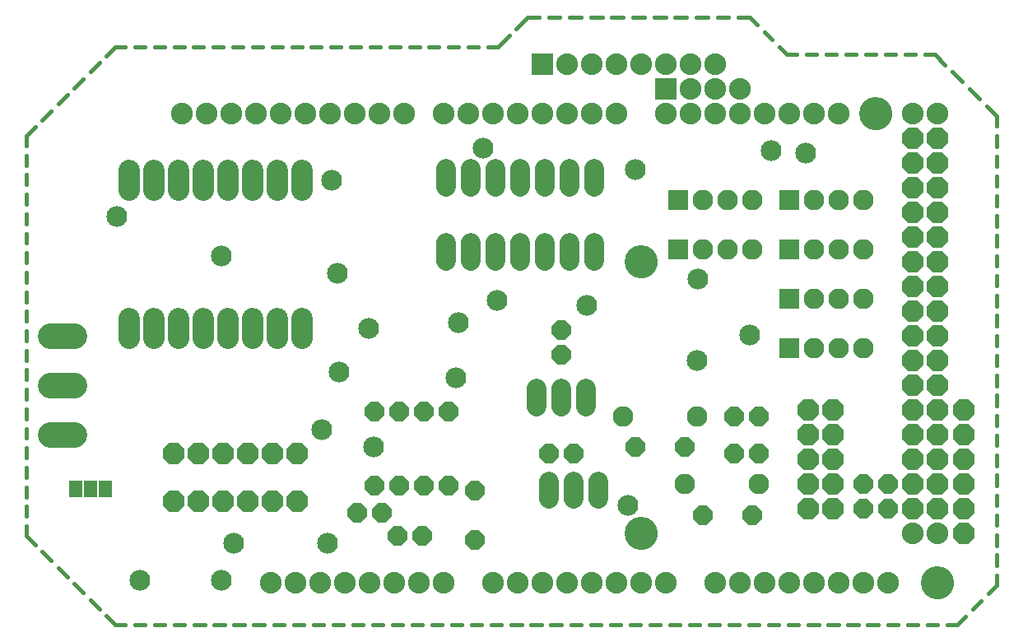
<source format=gts>
G75*
%MOIN*%
%OFA0B0*%
%FSLAX25Y25*%
%IPPOS*%
%LPD*%
%AMOC8*
5,1,8,0,0,1.08239X$1,22.5*
%
%ADD10C,0.01600*%
%ADD11OC8,0.08800*%
%ADD12OC8,0.08000*%
%ADD13C,0.08343*%
%ADD14C,0.08000*%
%ADD15R,0.08343X0.08343*%
%ADD16C,0.08800*%
%ADD17C,0.00000*%
%ADD18C,0.13398*%
%ADD19C,0.10300*%
%ADD20C,0.08800*%
%ADD21R,0.08800X0.08800*%
%ADD22R,0.05400X0.07100*%
%ADD23C,0.08400*%
D10*
X0083669Y0064144D02*
X0087349Y0060464D01*
X0090133Y0057680D02*
X0093813Y0054000D01*
X0097898Y0054000D01*
X0101835Y0054000D02*
X0105920Y0054000D01*
X0109857Y0054000D02*
X0113941Y0054000D01*
X0117878Y0054000D02*
X0121963Y0054000D01*
X0125900Y0054000D02*
X0129985Y0054000D01*
X0133922Y0054000D02*
X0138007Y0054000D01*
X0141944Y0054000D02*
X0146029Y0054000D01*
X0149966Y0054000D02*
X0154050Y0054000D01*
X0157987Y0054000D02*
X0162072Y0054000D01*
X0166009Y0054000D02*
X0170094Y0054000D01*
X0174031Y0054000D02*
X0178116Y0054000D01*
X0182053Y0054000D02*
X0186137Y0054000D01*
X0190074Y0054000D02*
X0194159Y0054000D01*
X0198096Y0054000D02*
X0202181Y0054000D01*
X0206118Y0054000D02*
X0210203Y0054000D01*
X0214140Y0054000D02*
X0218225Y0054000D01*
X0222162Y0054000D02*
X0226246Y0054000D01*
X0230183Y0054000D02*
X0234268Y0054000D01*
X0238205Y0054000D02*
X0242290Y0054000D01*
X0246227Y0054000D02*
X0250312Y0054000D01*
X0254249Y0054000D02*
X0258334Y0054000D01*
X0262271Y0054000D02*
X0266355Y0054000D01*
X0270292Y0054000D02*
X0274377Y0054000D01*
X0278314Y0054000D02*
X0282399Y0054000D01*
X0286336Y0054000D02*
X0290421Y0054000D01*
X0294358Y0054000D02*
X0298443Y0054000D01*
X0302380Y0054000D02*
X0306464Y0054000D01*
X0310401Y0054000D02*
X0314486Y0054000D01*
X0318423Y0054000D02*
X0322508Y0054000D01*
X0326445Y0054000D02*
X0330530Y0054000D01*
X0334467Y0054000D02*
X0338552Y0054000D01*
X0342489Y0054000D02*
X0346573Y0054000D01*
X0350510Y0054000D02*
X0354595Y0054000D01*
X0358532Y0054000D02*
X0362617Y0054000D01*
X0366554Y0054000D02*
X0370639Y0054000D01*
X0374576Y0054000D02*
X0378660Y0054000D01*
X0382597Y0054000D02*
X0386682Y0054000D01*
X0390619Y0054000D02*
X0394704Y0054000D01*
X0398641Y0054000D02*
X0402726Y0054000D01*
X0406663Y0054000D02*
X0410748Y0054000D01*
X0414685Y0054000D02*
X0418769Y0054000D01*
X0422706Y0054000D02*
X0426791Y0054000D01*
X0430728Y0054000D02*
X0434813Y0054000D01*
X0438290Y0057477D01*
X0441074Y0060261D02*
X0444552Y0063739D01*
X0447336Y0066523D02*
X0450813Y0070000D01*
X0450813Y0074144D01*
X0450813Y0078081D02*
X0450813Y0082224D01*
X0450813Y0086161D02*
X0450813Y0090305D01*
X0450813Y0094242D02*
X0450813Y0098386D01*
X0450813Y0102323D02*
X0450813Y0106467D01*
X0450813Y0110404D02*
X0450813Y0114547D01*
X0450813Y0118484D02*
X0450813Y0122628D01*
X0450813Y0126565D02*
X0450813Y0130709D01*
X0450813Y0134646D02*
X0450813Y0138789D01*
X0450813Y0142726D02*
X0450813Y0146870D01*
X0450813Y0150807D02*
X0450813Y0154951D01*
X0450813Y0158888D02*
X0450813Y0163031D01*
X0450813Y0166969D02*
X0450813Y0171112D01*
X0450813Y0175049D02*
X0450813Y0179193D01*
X0450813Y0183130D02*
X0450813Y0187274D01*
X0450813Y0191211D02*
X0450813Y0195354D01*
X0450813Y0199291D02*
X0450813Y0203435D01*
X0450813Y0207372D02*
X0450813Y0211516D01*
X0450813Y0215453D02*
X0450813Y0219596D01*
X0450813Y0223533D02*
X0450813Y0227677D01*
X0450813Y0231614D02*
X0450813Y0235758D01*
X0450813Y0239695D02*
X0450813Y0243839D01*
X0450813Y0247776D02*
X0450813Y0251919D01*
X0450813Y0255856D02*
X0450813Y0260000D01*
X0446651Y0264162D01*
X0443867Y0266946D02*
X0439705Y0271108D01*
X0436921Y0273892D02*
X0432759Y0278054D01*
X0429975Y0280838D02*
X0425813Y0285000D01*
X0421758Y0285000D01*
X0417821Y0285000D02*
X0413766Y0285000D01*
X0409829Y0285000D02*
X0405774Y0285000D01*
X0401837Y0285000D02*
X0397782Y0285000D01*
X0393845Y0285000D02*
X0389789Y0285000D01*
X0385852Y0285000D02*
X0381797Y0285000D01*
X0377860Y0285000D02*
X0373805Y0285000D01*
X0369868Y0285000D02*
X0365813Y0285000D01*
X0362669Y0288144D01*
X0359885Y0290928D02*
X0356741Y0294072D01*
X0353957Y0296856D02*
X0350813Y0300000D01*
X0346210Y0300000D01*
X0342273Y0300000D02*
X0337671Y0300000D01*
X0333734Y0300000D02*
X0329131Y0300000D01*
X0325194Y0300000D02*
X0320591Y0300000D01*
X0316654Y0300000D02*
X0312051Y0300000D01*
X0308114Y0300000D02*
X0303512Y0300000D01*
X0299575Y0300000D02*
X0294972Y0300000D01*
X0291035Y0300000D02*
X0286432Y0300000D01*
X0282495Y0300000D02*
X0277892Y0300000D01*
X0273955Y0300000D02*
X0269353Y0300000D01*
X0265416Y0300000D02*
X0260813Y0300000D01*
X0256205Y0295392D01*
X0253421Y0292608D02*
X0248813Y0288000D01*
X0244803Y0288000D01*
X0240866Y0288000D02*
X0236856Y0288000D01*
X0232919Y0288000D02*
X0228909Y0288000D01*
X0224972Y0288000D02*
X0220963Y0288000D01*
X0217026Y0288000D02*
X0213016Y0288000D01*
X0209079Y0288000D02*
X0205069Y0288000D01*
X0201132Y0288000D02*
X0197122Y0288000D01*
X0193185Y0288000D02*
X0189175Y0288000D01*
X0185238Y0288000D02*
X0181228Y0288000D01*
X0177291Y0288000D02*
X0173282Y0288000D01*
X0169345Y0288000D02*
X0165335Y0288000D01*
X0161398Y0288000D02*
X0157388Y0288000D01*
X0153451Y0288000D02*
X0149441Y0288000D01*
X0145504Y0288000D02*
X0141494Y0288000D01*
X0137557Y0288000D02*
X0133547Y0288000D01*
X0129610Y0288000D02*
X0125600Y0288000D01*
X0121663Y0288000D02*
X0117654Y0288000D01*
X0113717Y0288000D02*
X0109707Y0288000D01*
X0105770Y0288000D02*
X0101760Y0288000D01*
X0097823Y0288000D02*
X0093813Y0288000D01*
X0090133Y0284320D01*
X0087349Y0281536D02*
X0083669Y0277856D01*
X0080885Y0275072D02*
X0077205Y0271392D01*
X0074421Y0268608D02*
X0070741Y0264928D01*
X0067957Y0262144D02*
X0064277Y0258464D01*
X0061493Y0255680D02*
X0057813Y0252000D01*
X0057813Y0248035D01*
X0057813Y0244098D02*
X0057813Y0240133D01*
X0057813Y0236196D02*
X0057813Y0232232D01*
X0057813Y0228295D02*
X0057813Y0224330D01*
X0057813Y0220393D02*
X0057813Y0216428D01*
X0057813Y0212491D02*
X0057813Y0208526D01*
X0057813Y0204589D02*
X0057813Y0200625D01*
X0057813Y0196688D02*
X0057813Y0192723D01*
X0057813Y0188786D02*
X0057813Y0184821D01*
X0057813Y0180884D02*
X0057813Y0176919D01*
X0057813Y0172982D02*
X0057813Y0169018D01*
X0057813Y0165081D02*
X0057813Y0161116D01*
X0057813Y0157179D02*
X0057813Y0153214D01*
X0057813Y0149277D02*
X0057813Y0145312D01*
X0057813Y0141375D02*
X0057813Y0137411D01*
X0057813Y0133474D02*
X0057813Y0129509D01*
X0057813Y0125572D02*
X0057813Y0121607D01*
X0057813Y0117670D02*
X0057813Y0113705D01*
X0057813Y0109768D02*
X0057813Y0105804D01*
X0057813Y0101867D02*
X0057813Y0097902D01*
X0057813Y0093965D02*
X0057813Y0090000D01*
X0061493Y0086320D01*
X0064277Y0083536D02*
X0067957Y0079856D01*
X0070741Y0077072D02*
X0074421Y0073392D01*
X0077205Y0070608D02*
X0080885Y0066928D01*
D11*
X0117313Y0104000D03*
X0127313Y0104000D03*
X0137313Y0104000D03*
X0147313Y0104000D03*
X0157313Y0104000D03*
X0167313Y0104000D03*
X0167313Y0123500D03*
X0157313Y0123500D03*
X0147313Y0123500D03*
X0137313Y0123500D03*
X0127313Y0123500D03*
X0117313Y0123500D03*
X0374313Y0121000D03*
X0384313Y0121000D03*
X0384313Y0111000D03*
X0374313Y0111000D03*
X0374313Y0101000D03*
X0384313Y0101000D03*
X0416813Y0101000D03*
X0426813Y0101000D03*
X0437313Y0101000D03*
X0437313Y0091000D03*
X0437313Y0111000D03*
X0426813Y0111000D03*
X0416813Y0111000D03*
X0416813Y0121000D03*
X0426813Y0121000D03*
X0437313Y0121000D03*
X0437313Y0131000D03*
X0426813Y0131000D03*
X0416813Y0131000D03*
X0416813Y0141000D03*
X0426813Y0141000D03*
X0437313Y0141000D03*
X0426813Y0151000D03*
X0416813Y0151000D03*
X0416813Y0161000D03*
X0426813Y0161000D03*
X0426813Y0171000D03*
X0416813Y0171000D03*
X0416813Y0181000D03*
X0426813Y0181000D03*
X0426813Y0191000D03*
X0416813Y0191000D03*
X0416813Y0201000D03*
X0426813Y0201000D03*
X0426813Y0211000D03*
X0416813Y0211000D03*
X0416813Y0221000D03*
X0426813Y0221000D03*
X0426813Y0231000D03*
X0416813Y0231000D03*
X0416813Y0241000D03*
X0426813Y0241000D03*
X0426813Y0251000D03*
X0416813Y0251000D03*
X0384313Y0141000D03*
X0374313Y0141000D03*
X0374313Y0131000D03*
X0384313Y0131000D03*
D12*
X0396813Y0111000D03*
X0406813Y0111000D03*
X0406813Y0101000D03*
X0396813Y0101000D03*
X0354313Y0123500D03*
X0344313Y0123500D03*
X0344313Y0138500D03*
X0354313Y0138500D03*
X0324313Y0126000D03*
X0304313Y0126000D03*
X0279313Y0123500D03*
X0269313Y0123500D03*
X0239313Y0108500D03*
X0228813Y0110500D03*
X0218813Y0110500D03*
X0208813Y0110500D03*
X0198813Y0110500D03*
X0201813Y0099500D03*
X0191813Y0099500D03*
X0208063Y0090000D03*
X0218063Y0090000D03*
X0239313Y0088500D03*
X0228813Y0140500D03*
X0218813Y0140500D03*
X0208813Y0140500D03*
X0198813Y0140500D03*
X0274313Y0163500D03*
X0274313Y0173500D03*
X0331813Y0098500D03*
X0351813Y0098500D03*
D13*
X0354313Y0111000D03*
X0324313Y0111000D03*
X0329313Y0138500D03*
X0299313Y0138500D03*
X0376813Y0166000D03*
X0386813Y0166000D03*
X0396813Y0166000D03*
X0396813Y0186000D03*
X0386813Y0186000D03*
X0376813Y0186000D03*
X0376813Y0206000D03*
X0386813Y0206000D03*
X0396813Y0206000D03*
X0396813Y0226000D03*
X0386813Y0226000D03*
X0376813Y0226000D03*
X0351813Y0226000D03*
X0341813Y0226000D03*
X0331813Y0226000D03*
X0331813Y0206000D03*
X0341813Y0206000D03*
X0351813Y0206000D03*
D14*
X0287813Y0208600D02*
X0287813Y0201400D01*
X0277813Y0201400D02*
X0277813Y0208600D01*
X0267813Y0208600D02*
X0267813Y0201400D01*
X0257813Y0201400D02*
X0257813Y0208600D01*
X0247813Y0208600D02*
X0247813Y0201400D01*
X0237813Y0201400D02*
X0237813Y0208600D01*
X0227813Y0208600D02*
X0227813Y0201400D01*
X0227813Y0231400D02*
X0227813Y0238600D01*
X0237813Y0238600D02*
X0237813Y0231400D01*
X0247813Y0231400D02*
X0247813Y0238600D01*
X0257813Y0238600D02*
X0257813Y0231400D01*
X0267813Y0231400D02*
X0267813Y0238600D01*
X0277813Y0238600D02*
X0277813Y0231400D01*
X0287813Y0231400D02*
X0287813Y0238600D01*
X0284313Y0149600D02*
X0284313Y0142400D01*
X0274313Y0142400D02*
X0274313Y0149600D01*
X0264313Y0149600D02*
X0264313Y0142400D01*
X0269313Y0112100D02*
X0269313Y0104900D01*
X0279313Y0104900D02*
X0279313Y0112100D01*
X0289313Y0112100D02*
X0289313Y0104900D01*
D15*
X0366813Y0166000D03*
X0366813Y0186000D03*
X0366813Y0206000D03*
X0366813Y0226000D03*
X0321813Y0226000D03*
X0321813Y0206000D03*
D16*
X0316813Y0261000D03*
X0326813Y0261000D03*
X0336813Y0261000D03*
X0346813Y0261000D03*
X0356813Y0261000D03*
X0366813Y0261000D03*
X0376813Y0261000D03*
X0386813Y0261000D03*
X0416813Y0261000D03*
X0426813Y0261000D03*
X0346813Y0271000D03*
X0336813Y0271000D03*
X0326813Y0271000D03*
X0326813Y0281000D03*
X0316813Y0281000D03*
X0306813Y0281000D03*
X0296813Y0281000D03*
X0286813Y0281000D03*
X0276813Y0281000D03*
X0276813Y0261000D03*
X0266813Y0261000D03*
X0256813Y0261000D03*
X0246813Y0261000D03*
X0236813Y0261000D03*
X0226813Y0261000D03*
X0210813Y0261000D03*
X0200813Y0261000D03*
X0190813Y0261000D03*
X0180813Y0261000D03*
X0170813Y0261000D03*
X0160813Y0261000D03*
X0150813Y0261000D03*
X0140813Y0261000D03*
X0130813Y0261000D03*
X0120813Y0261000D03*
X0286813Y0261000D03*
X0296813Y0261000D03*
X0336813Y0281000D03*
X0416813Y0091000D03*
X0426813Y0091000D03*
X0406813Y0071000D03*
X0396813Y0071000D03*
X0386813Y0071000D03*
X0376813Y0071000D03*
X0366813Y0071000D03*
X0356813Y0071000D03*
X0346813Y0071000D03*
X0336813Y0071000D03*
X0316813Y0071000D03*
X0306813Y0071000D03*
X0296813Y0071000D03*
X0286813Y0071000D03*
X0276813Y0071000D03*
X0266813Y0071000D03*
X0256813Y0071000D03*
X0246813Y0071000D03*
X0226813Y0071000D03*
X0216813Y0071000D03*
X0206813Y0071000D03*
X0196813Y0071000D03*
X0186813Y0071000D03*
X0176813Y0071000D03*
X0166813Y0071000D03*
X0156813Y0071000D03*
D17*
X0300514Y0091000D02*
X0300516Y0091158D01*
X0300522Y0091316D01*
X0300532Y0091474D01*
X0300546Y0091632D01*
X0300564Y0091789D01*
X0300585Y0091946D01*
X0300611Y0092102D01*
X0300641Y0092258D01*
X0300674Y0092413D01*
X0300712Y0092566D01*
X0300753Y0092719D01*
X0300798Y0092871D01*
X0300847Y0093022D01*
X0300900Y0093171D01*
X0300956Y0093319D01*
X0301016Y0093465D01*
X0301080Y0093610D01*
X0301148Y0093753D01*
X0301219Y0093895D01*
X0301293Y0094035D01*
X0301371Y0094172D01*
X0301453Y0094308D01*
X0301537Y0094442D01*
X0301626Y0094573D01*
X0301717Y0094702D01*
X0301812Y0094829D01*
X0301909Y0094954D01*
X0302010Y0095076D01*
X0302114Y0095195D01*
X0302221Y0095312D01*
X0302331Y0095426D01*
X0302444Y0095537D01*
X0302559Y0095646D01*
X0302677Y0095751D01*
X0302798Y0095853D01*
X0302921Y0095953D01*
X0303047Y0096049D01*
X0303175Y0096142D01*
X0303305Y0096232D01*
X0303438Y0096318D01*
X0303573Y0096402D01*
X0303709Y0096481D01*
X0303848Y0096558D01*
X0303989Y0096630D01*
X0304131Y0096700D01*
X0304275Y0096765D01*
X0304421Y0096827D01*
X0304568Y0096885D01*
X0304717Y0096940D01*
X0304867Y0096991D01*
X0305018Y0097038D01*
X0305170Y0097081D01*
X0305323Y0097120D01*
X0305478Y0097156D01*
X0305633Y0097187D01*
X0305789Y0097215D01*
X0305945Y0097239D01*
X0306102Y0097259D01*
X0306260Y0097275D01*
X0306417Y0097287D01*
X0306576Y0097295D01*
X0306734Y0097299D01*
X0306892Y0097299D01*
X0307050Y0097295D01*
X0307209Y0097287D01*
X0307366Y0097275D01*
X0307524Y0097259D01*
X0307681Y0097239D01*
X0307837Y0097215D01*
X0307993Y0097187D01*
X0308148Y0097156D01*
X0308303Y0097120D01*
X0308456Y0097081D01*
X0308608Y0097038D01*
X0308759Y0096991D01*
X0308909Y0096940D01*
X0309058Y0096885D01*
X0309205Y0096827D01*
X0309351Y0096765D01*
X0309495Y0096700D01*
X0309637Y0096630D01*
X0309778Y0096558D01*
X0309917Y0096481D01*
X0310053Y0096402D01*
X0310188Y0096318D01*
X0310321Y0096232D01*
X0310451Y0096142D01*
X0310579Y0096049D01*
X0310705Y0095953D01*
X0310828Y0095853D01*
X0310949Y0095751D01*
X0311067Y0095646D01*
X0311182Y0095537D01*
X0311295Y0095426D01*
X0311405Y0095312D01*
X0311512Y0095195D01*
X0311616Y0095076D01*
X0311717Y0094954D01*
X0311814Y0094829D01*
X0311909Y0094702D01*
X0312000Y0094573D01*
X0312089Y0094442D01*
X0312173Y0094308D01*
X0312255Y0094172D01*
X0312333Y0094035D01*
X0312407Y0093895D01*
X0312478Y0093753D01*
X0312546Y0093610D01*
X0312610Y0093465D01*
X0312670Y0093319D01*
X0312726Y0093171D01*
X0312779Y0093022D01*
X0312828Y0092871D01*
X0312873Y0092719D01*
X0312914Y0092566D01*
X0312952Y0092413D01*
X0312985Y0092258D01*
X0313015Y0092102D01*
X0313041Y0091946D01*
X0313062Y0091789D01*
X0313080Y0091632D01*
X0313094Y0091474D01*
X0313104Y0091316D01*
X0313110Y0091158D01*
X0313112Y0091000D01*
X0313110Y0090842D01*
X0313104Y0090684D01*
X0313094Y0090526D01*
X0313080Y0090368D01*
X0313062Y0090211D01*
X0313041Y0090054D01*
X0313015Y0089898D01*
X0312985Y0089742D01*
X0312952Y0089587D01*
X0312914Y0089434D01*
X0312873Y0089281D01*
X0312828Y0089129D01*
X0312779Y0088978D01*
X0312726Y0088829D01*
X0312670Y0088681D01*
X0312610Y0088535D01*
X0312546Y0088390D01*
X0312478Y0088247D01*
X0312407Y0088105D01*
X0312333Y0087965D01*
X0312255Y0087828D01*
X0312173Y0087692D01*
X0312089Y0087558D01*
X0312000Y0087427D01*
X0311909Y0087298D01*
X0311814Y0087171D01*
X0311717Y0087046D01*
X0311616Y0086924D01*
X0311512Y0086805D01*
X0311405Y0086688D01*
X0311295Y0086574D01*
X0311182Y0086463D01*
X0311067Y0086354D01*
X0310949Y0086249D01*
X0310828Y0086147D01*
X0310705Y0086047D01*
X0310579Y0085951D01*
X0310451Y0085858D01*
X0310321Y0085768D01*
X0310188Y0085682D01*
X0310053Y0085598D01*
X0309917Y0085519D01*
X0309778Y0085442D01*
X0309637Y0085370D01*
X0309495Y0085300D01*
X0309351Y0085235D01*
X0309205Y0085173D01*
X0309058Y0085115D01*
X0308909Y0085060D01*
X0308759Y0085009D01*
X0308608Y0084962D01*
X0308456Y0084919D01*
X0308303Y0084880D01*
X0308148Y0084844D01*
X0307993Y0084813D01*
X0307837Y0084785D01*
X0307681Y0084761D01*
X0307524Y0084741D01*
X0307366Y0084725D01*
X0307209Y0084713D01*
X0307050Y0084705D01*
X0306892Y0084701D01*
X0306734Y0084701D01*
X0306576Y0084705D01*
X0306417Y0084713D01*
X0306260Y0084725D01*
X0306102Y0084741D01*
X0305945Y0084761D01*
X0305789Y0084785D01*
X0305633Y0084813D01*
X0305478Y0084844D01*
X0305323Y0084880D01*
X0305170Y0084919D01*
X0305018Y0084962D01*
X0304867Y0085009D01*
X0304717Y0085060D01*
X0304568Y0085115D01*
X0304421Y0085173D01*
X0304275Y0085235D01*
X0304131Y0085300D01*
X0303989Y0085370D01*
X0303848Y0085442D01*
X0303709Y0085519D01*
X0303573Y0085598D01*
X0303438Y0085682D01*
X0303305Y0085768D01*
X0303175Y0085858D01*
X0303047Y0085951D01*
X0302921Y0086047D01*
X0302798Y0086147D01*
X0302677Y0086249D01*
X0302559Y0086354D01*
X0302444Y0086463D01*
X0302331Y0086574D01*
X0302221Y0086688D01*
X0302114Y0086805D01*
X0302010Y0086924D01*
X0301909Y0087046D01*
X0301812Y0087171D01*
X0301717Y0087298D01*
X0301626Y0087427D01*
X0301537Y0087558D01*
X0301453Y0087692D01*
X0301371Y0087828D01*
X0301293Y0087965D01*
X0301219Y0088105D01*
X0301148Y0088247D01*
X0301080Y0088390D01*
X0301016Y0088535D01*
X0300956Y0088681D01*
X0300900Y0088829D01*
X0300847Y0088978D01*
X0300798Y0089129D01*
X0300753Y0089281D01*
X0300712Y0089434D01*
X0300674Y0089587D01*
X0300641Y0089742D01*
X0300611Y0089898D01*
X0300585Y0090054D01*
X0300564Y0090211D01*
X0300546Y0090368D01*
X0300532Y0090526D01*
X0300522Y0090684D01*
X0300516Y0090842D01*
X0300514Y0091000D01*
X0420514Y0071000D02*
X0420516Y0071158D01*
X0420522Y0071316D01*
X0420532Y0071474D01*
X0420546Y0071632D01*
X0420564Y0071789D01*
X0420585Y0071946D01*
X0420611Y0072102D01*
X0420641Y0072258D01*
X0420674Y0072413D01*
X0420712Y0072566D01*
X0420753Y0072719D01*
X0420798Y0072871D01*
X0420847Y0073022D01*
X0420900Y0073171D01*
X0420956Y0073319D01*
X0421016Y0073465D01*
X0421080Y0073610D01*
X0421148Y0073753D01*
X0421219Y0073895D01*
X0421293Y0074035D01*
X0421371Y0074172D01*
X0421453Y0074308D01*
X0421537Y0074442D01*
X0421626Y0074573D01*
X0421717Y0074702D01*
X0421812Y0074829D01*
X0421909Y0074954D01*
X0422010Y0075076D01*
X0422114Y0075195D01*
X0422221Y0075312D01*
X0422331Y0075426D01*
X0422444Y0075537D01*
X0422559Y0075646D01*
X0422677Y0075751D01*
X0422798Y0075853D01*
X0422921Y0075953D01*
X0423047Y0076049D01*
X0423175Y0076142D01*
X0423305Y0076232D01*
X0423438Y0076318D01*
X0423573Y0076402D01*
X0423709Y0076481D01*
X0423848Y0076558D01*
X0423989Y0076630D01*
X0424131Y0076700D01*
X0424275Y0076765D01*
X0424421Y0076827D01*
X0424568Y0076885D01*
X0424717Y0076940D01*
X0424867Y0076991D01*
X0425018Y0077038D01*
X0425170Y0077081D01*
X0425323Y0077120D01*
X0425478Y0077156D01*
X0425633Y0077187D01*
X0425789Y0077215D01*
X0425945Y0077239D01*
X0426102Y0077259D01*
X0426260Y0077275D01*
X0426417Y0077287D01*
X0426576Y0077295D01*
X0426734Y0077299D01*
X0426892Y0077299D01*
X0427050Y0077295D01*
X0427209Y0077287D01*
X0427366Y0077275D01*
X0427524Y0077259D01*
X0427681Y0077239D01*
X0427837Y0077215D01*
X0427993Y0077187D01*
X0428148Y0077156D01*
X0428303Y0077120D01*
X0428456Y0077081D01*
X0428608Y0077038D01*
X0428759Y0076991D01*
X0428909Y0076940D01*
X0429058Y0076885D01*
X0429205Y0076827D01*
X0429351Y0076765D01*
X0429495Y0076700D01*
X0429637Y0076630D01*
X0429778Y0076558D01*
X0429917Y0076481D01*
X0430053Y0076402D01*
X0430188Y0076318D01*
X0430321Y0076232D01*
X0430451Y0076142D01*
X0430579Y0076049D01*
X0430705Y0075953D01*
X0430828Y0075853D01*
X0430949Y0075751D01*
X0431067Y0075646D01*
X0431182Y0075537D01*
X0431295Y0075426D01*
X0431405Y0075312D01*
X0431512Y0075195D01*
X0431616Y0075076D01*
X0431717Y0074954D01*
X0431814Y0074829D01*
X0431909Y0074702D01*
X0432000Y0074573D01*
X0432089Y0074442D01*
X0432173Y0074308D01*
X0432255Y0074172D01*
X0432333Y0074035D01*
X0432407Y0073895D01*
X0432478Y0073753D01*
X0432546Y0073610D01*
X0432610Y0073465D01*
X0432670Y0073319D01*
X0432726Y0073171D01*
X0432779Y0073022D01*
X0432828Y0072871D01*
X0432873Y0072719D01*
X0432914Y0072566D01*
X0432952Y0072413D01*
X0432985Y0072258D01*
X0433015Y0072102D01*
X0433041Y0071946D01*
X0433062Y0071789D01*
X0433080Y0071632D01*
X0433094Y0071474D01*
X0433104Y0071316D01*
X0433110Y0071158D01*
X0433112Y0071000D01*
X0433110Y0070842D01*
X0433104Y0070684D01*
X0433094Y0070526D01*
X0433080Y0070368D01*
X0433062Y0070211D01*
X0433041Y0070054D01*
X0433015Y0069898D01*
X0432985Y0069742D01*
X0432952Y0069587D01*
X0432914Y0069434D01*
X0432873Y0069281D01*
X0432828Y0069129D01*
X0432779Y0068978D01*
X0432726Y0068829D01*
X0432670Y0068681D01*
X0432610Y0068535D01*
X0432546Y0068390D01*
X0432478Y0068247D01*
X0432407Y0068105D01*
X0432333Y0067965D01*
X0432255Y0067828D01*
X0432173Y0067692D01*
X0432089Y0067558D01*
X0432000Y0067427D01*
X0431909Y0067298D01*
X0431814Y0067171D01*
X0431717Y0067046D01*
X0431616Y0066924D01*
X0431512Y0066805D01*
X0431405Y0066688D01*
X0431295Y0066574D01*
X0431182Y0066463D01*
X0431067Y0066354D01*
X0430949Y0066249D01*
X0430828Y0066147D01*
X0430705Y0066047D01*
X0430579Y0065951D01*
X0430451Y0065858D01*
X0430321Y0065768D01*
X0430188Y0065682D01*
X0430053Y0065598D01*
X0429917Y0065519D01*
X0429778Y0065442D01*
X0429637Y0065370D01*
X0429495Y0065300D01*
X0429351Y0065235D01*
X0429205Y0065173D01*
X0429058Y0065115D01*
X0428909Y0065060D01*
X0428759Y0065009D01*
X0428608Y0064962D01*
X0428456Y0064919D01*
X0428303Y0064880D01*
X0428148Y0064844D01*
X0427993Y0064813D01*
X0427837Y0064785D01*
X0427681Y0064761D01*
X0427524Y0064741D01*
X0427366Y0064725D01*
X0427209Y0064713D01*
X0427050Y0064705D01*
X0426892Y0064701D01*
X0426734Y0064701D01*
X0426576Y0064705D01*
X0426417Y0064713D01*
X0426260Y0064725D01*
X0426102Y0064741D01*
X0425945Y0064761D01*
X0425789Y0064785D01*
X0425633Y0064813D01*
X0425478Y0064844D01*
X0425323Y0064880D01*
X0425170Y0064919D01*
X0425018Y0064962D01*
X0424867Y0065009D01*
X0424717Y0065060D01*
X0424568Y0065115D01*
X0424421Y0065173D01*
X0424275Y0065235D01*
X0424131Y0065300D01*
X0423989Y0065370D01*
X0423848Y0065442D01*
X0423709Y0065519D01*
X0423573Y0065598D01*
X0423438Y0065682D01*
X0423305Y0065768D01*
X0423175Y0065858D01*
X0423047Y0065951D01*
X0422921Y0066047D01*
X0422798Y0066147D01*
X0422677Y0066249D01*
X0422559Y0066354D01*
X0422444Y0066463D01*
X0422331Y0066574D01*
X0422221Y0066688D01*
X0422114Y0066805D01*
X0422010Y0066924D01*
X0421909Y0067046D01*
X0421812Y0067171D01*
X0421717Y0067298D01*
X0421626Y0067427D01*
X0421537Y0067558D01*
X0421453Y0067692D01*
X0421371Y0067828D01*
X0421293Y0067965D01*
X0421219Y0068105D01*
X0421148Y0068247D01*
X0421080Y0068390D01*
X0421016Y0068535D01*
X0420956Y0068681D01*
X0420900Y0068829D01*
X0420847Y0068978D01*
X0420798Y0069129D01*
X0420753Y0069281D01*
X0420712Y0069434D01*
X0420674Y0069587D01*
X0420641Y0069742D01*
X0420611Y0069898D01*
X0420585Y0070054D01*
X0420564Y0070211D01*
X0420546Y0070368D01*
X0420532Y0070526D01*
X0420522Y0070684D01*
X0420516Y0070842D01*
X0420514Y0071000D01*
X0300514Y0201000D02*
X0300516Y0201158D01*
X0300522Y0201316D01*
X0300532Y0201474D01*
X0300546Y0201632D01*
X0300564Y0201789D01*
X0300585Y0201946D01*
X0300611Y0202102D01*
X0300641Y0202258D01*
X0300674Y0202413D01*
X0300712Y0202566D01*
X0300753Y0202719D01*
X0300798Y0202871D01*
X0300847Y0203022D01*
X0300900Y0203171D01*
X0300956Y0203319D01*
X0301016Y0203465D01*
X0301080Y0203610D01*
X0301148Y0203753D01*
X0301219Y0203895D01*
X0301293Y0204035D01*
X0301371Y0204172D01*
X0301453Y0204308D01*
X0301537Y0204442D01*
X0301626Y0204573D01*
X0301717Y0204702D01*
X0301812Y0204829D01*
X0301909Y0204954D01*
X0302010Y0205076D01*
X0302114Y0205195D01*
X0302221Y0205312D01*
X0302331Y0205426D01*
X0302444Y0205537D01*
X0302559Y0205646D01*
X0302677Y0205751D01*
X0302798Y0205853D01*
X0302921Y0205953D01*
X0303047Y0206049D01*
X0303175Y0206142D01*
X0303305Y0206232D01*
X0303438Y0206318D01*
X0303573Y0206402D01*
X0303709Y0206481D01*
X0303848Y0206558D01*
X0303989Y0206630D01*
X0304131Y0206700D01*
X0304275Y0206765D01*
X0304421Y0206827D01*
X0304568Y0206885D01*
X0304717Y0206940D01*
X0304867Y0206991D01*
X0305018Y0207038D01*
X0305170Y0207081D01*
X0305323Y0207120D01*
X0305478Y0207156D01*
X0305633Y0207187D01*
X0305789Y0207215D01*
X0305945Y0207239D01*
X0306102Y0207259D01*
X0306260Y0207275D01*
X0306417Y0207287D01*
X0306576Y0207295D01*
X0306734Y0207299D01*
X0306892Y0207299D01*
X0307050Y0207295D01*
X0307209Y0207287D01*
X0307366Y0207275D01*
X0307524Y0207259D01*
X0307681Y0207239D01*
X0307837Y0207215D01*
X0307993Y0207187D01*
X0308148Y0207156D01*
X0308303Y0207120D01*
X0308456Y0207081D01*
X0308608Y0207038D01*
X0308759Y0206991D01*
X0308909Y0206940D01*
X0309058Y0206885D01*
X0309205Y0206827D01*
X0309351Y0206765D01*
X0309495Y0206700D01*
X0309637Y0206630D01*
X0309778Y0206558D01*
X0309917Y0206481D01*
X0310053Y0206402D01*
X0310188Y0206318D01*
X0310321Y0206232D01*
X0310451Y0206142D01*
X0310579Y0206049D01*
X0310705Y0205953D01*
X0310828Y0205853D01*
X0310949Y0205751D01*
X0311067Y0205646D01*
X0311182Y0205537D01*
X0311295Y0205426D01*
X0311405Y0205312D01*
X0311512Y0205195D01*
X0311616Y0205076D01*
X0311717Y0204954D01*
X0311814Y0204829D01*
X0311909Y0204702D01*
X0312000Y0204573D01*
X0312089Y0204442D01*
X0312173Y0204308D01*
X0312255Y0204172D01*
X0312333Y0204035D01*
X0312407Y0203895D01*
X0312478Y0203753D01*
X0312546Y0203610D01*
X0312610Y0203465D01*
X0312670Y0203319D01*
X0312726Y0203171D01*
X0312779Y0203022D01*
X0312828Y0202871D01*
X0312873Y0202719D01*
X0312914Y0202566D01*
X0312952Y0202413D01*
X0312985Y0202258D01*
X0313015Y0202102D01*
X0313041Y0201946D01*
X0313062Y0201789D01*
X0313080Y0201632D01*
X0313094Y0201474D01*
X0313104Y0201316D01*
X0313110Y0201158D01*
X0313112Y0201000D01*
X0313110Y0200842D01*
X0313104Y0200684D01*
X0313094Y0200526D01*
X0313080Y0200368D01*
X0313062Y0200211D01*
X0313041Y0200054D01*
X0313015Y0199898D01*
X0312985Y0199742D01*
X0312952Y0199587D01*
X0312914Y0199434D01*
X0312873Y0199281D01*
X0312828Y0199129D01*
X0312779Y0198978D01*
X0312726Y0198829D01*
X0312670Y0198681D01*
X0312610Y0198535D01*
X0312546Y0198390D01*
X0312478Y0198247D01*
X0312407Y0198105D01*
X0312333Y0197965D01*
X0312255Y0197828D01*
X0312173Y0197692D01*
X0312089Y0197558D01*
X0312000Y0197427D01*
X0311909Y0197298D01*
X0311814Y0197171D01*
X0311717Y0197046D01*
X0311616Y0196924D01*
X0311512Y0196805D01*
X0311405Y0196688D01*
X0311295Y0196574D01*
X0311182Y0196463D01*
X0311067Y0196354D01*
X0310949Y0196249D01*
X0310828Y0196147D01*
X0310705Y0196047D01*
X0310579Y0195951D01*
X0310451Y0195858D01*
X0310321Y0195768D01*
X0310188Y0195682D01*
X0310053Y0195598D01*
X0309917Y0195519D01*
X0309778Y0195442D01*
X0309637Y0195370D01*
X0309495Y0195300D01*
X0309351Y0195235D01*
X0309205Y0195173D01*
X0309058Y0195115D01*
X0308909Y0195060D01*
X0308759Y0195009D01*
X0308608Y0194962D01*
X0308456Y0194919D01*
X0308303Y0194880D01*
X0308148Y0194844D01*
X0307993Y0194813D01*
X0307837Y0194785D01*
X0307681Y0194761D01*
X0307524Y0194741D01*
X0307366Y0194725D01*
X0307209Y0194713D01*
X0307050Y0194705D01*
X0306892Y0194701D01*
X0306734Y0194701D01*
X0306576Y0194705D01*
X0306417Y0194713D01*
X0306260Y0194725D01*
X0306102Y0194741D01*
X0305945Y0194761D01*
X0305789Y0194785D01*
X0305633Y0194813D01*
X0305478Y0194844D01*
X0305323Y0194880D01*
X0305170Y0194919D01*
X0305018Y0194962D01*
X0304867Y0195009D01*
X0304717Y0195060D01*
X0304568Y0195115D01*
X0304421Y0195173D01*
X0304275Y0195235D01*
X0304131Y0195300D01*
X0303989Y0195370D01*
X0303848Y0195442D01*
X0303709Y0195519D01*
X0303573Y0195598D01*
X0303438Y0195682D01*
X0303305Y0195768D01*
X0303175Y0195858D01*
X0303047Y0195951D01*
X0302921Y0196047D01*
X0302798Y0196147D01*
X0302677Y0196249D01*
X0302559Y0196354D01*
X0302444Y0196463D01*
X0302331Y0196574D01*
X0302221Y0196688D01*
X0302114Y0196805D01*
X0302010Y0196924D01*
X0301909Y0197046D01*
X0301812Y0197171D01*
X0301717Y0197298D01*
X0301626Y0197427D01*
X0301537Y0197558D01*
X0301453Y0197692D01*
X0301371Y0197828D01*
X0301293Y0197965D01*
X0301219Y0198105D01*
X0301148Y0198247D01*
X0301080Y0198390D01*
X0301016Y0198535D01*
X0300956Y0198681D01*
X0300900Y0198829D01*
X0300847Y0198978D01*
X0300798Y0199129D01*
X0300753Y0199281D01*
X0300712Y0199434D01*
X0300674Y0199587D01*
X0300641Y0199742D01*
X0300611Y0199898D01*
X0300585Y0200054D01*
X0300564Y0200211D01*
X0300546Y0200368D01*
X0300532Y0200526D01*
X0300522Y0200684D01*
X0300516Y0200842D01*
X0300514Y0201000D01*
X0395514Y0261000D02*
X0395516Y0261158D01*
X0395522Y0261316D01*
X0395532Y0261474D01*
X0395546Y0261632D01*
X0395564Y0261789D01*
X0395585Y0261946D01*
X0395611Y0262102D01*
X0395641Y0262258D01*
X0395674Y0262413D01*
X0395712Y0262566D01*
X0395753Y0262719D01*
X0395798Y0262871D01*
X0395847Y0263022D01*
X0395900Y0263171D01*
X0395956Y0263319D01*
X0396016Y0263465D01*
X0396080Y0263610D01*
X0396148Y0263753D01*
X0396219Y0263895D01*
X0396293Y0264035D01*
X0396371Y0264172D01*
X0396453Y0264308D01*
X0396537Y0264442D01*
X0396626Y0264573D01*
X0396717Y0264702D01*
X0396812Y0264829D01*
X0396909Y0264954D01*
X0397010Y0265076D01*
X0397114Y0265195D01*
X0397221Y0265312D01*
X0397331Y0265426D01*
X0397444Y0265537D01*
X0397559Y0265646D01*
X0397677Y0265751D01*
X0397798Y0265853D01*
X0397921Y0265953D01*
X0398047Y0266049D01*
X0398175Y0266142D01*
X0398305Y0266232D01*
X0398438Y0266318D01*
X0398573Y0266402D01*
X0398709Y0266481D01*
X0398848Y0266558D01*
X0398989Y0266630D01*
X0399131Y0266700D01*
X0399275Y0266765D01*
X0399421Y0266827D01*
X0399568Y0266885D01*
X0399717Y0266940D01*
X0399867Y0266991D01*
X0400018Y0267038D01*
X0400170Y0267081D01*
X0400323Y0267120D01*
X0400478Y0267156D01*
X0400633Y0267187D01*
X0400789Y0267215D01*
X0400945Y0267239D01*
X0401102Y0267259D01*
X0401260Y0267275D01*
X0401417Y0267287D01*
X0401576Y0267295D01*
X0401734Y0267299D01*
X0401892Y0267299D01*
X0402050Y0267295D01*
X0402209Y0267287D01*
X0402366Y0267275D01*
X0402524Y0267259D01*
X0402681Y0267239D01*
X0402837Y0267215D01*
X0402993Y0267187D01*
X0403148Y0267156D01*
X0403303Y0267120D01*
X0403456Y0267081D01*
X0403608Y0267038D01*
X0403759Y0266991D01*
X0403909Y0266940D01*
X0404058Y0266885D01*
X0404205Y0266827D01*
X0404351Y0266765D01*
X0404495Y0266700D01*
X0404637Y0266630D01*
X0404778Y0266558D01*
X0404917Y0266481D01*
X0405053Y0266402D01*
X0405188Y0266318D01*
X0405321Y0266232D01*
X0405451Y0266142D01*
X0405579Y0266049D01*
X0405705Y0265953D01*
X0405828Y0265853D01*
X0405949Y0265751D01*
X0406067Y0265646D01*
X0406182Y0265537D01*
X0406295Y0265426D01*
X0406405Y0265312D01*
X0406512Y0265195D01*
X0406616Y0265076D01*
X0406717Y0264954D01*
X0406814Y0264829D01*
X0406909Y0264702D01*
X0407000Y0264573D01*
X0407089Y0264442D01*
X0407173Y0264308D01*
X0407255Y0264172D01*
X0407333Y0264035D01*
X0407407Y0263895D01*
X0407478Y0263753D01*
X0407546Y0263610D01*
X0407610Y0263465D01*
X0407670Y0263319D01*
X0407726Y0263171D01*
X0407779Y0263022D01*
X0407828Y0262871D01*
X0407873Y0262719D01*
X0407914Y0262566D01*
X0407952Y0262413D01*
X0407985Y0262258D01*
X0408015Y0262102D01*
X0408041Y0261946D01*
X0408062Y0261789D01*
X0408080Y0261632D01*
X0408094Y0261474D01*
X0408104Y0261316D01*
X0408110Y0261158D01*
X0408112Y0261000D01*
X0408110Y0260842D01*
X0408104Y0260684D01*
X0408094Y0260526D01*
X0408080Y0260368D01*
X0408062Y0260211D01*
X0408041Y0260054D01*
X0408015Y0259898D01*
X0407985Y0259742D01*
X0407952Y0259587D01*
X0407914Y0259434D01*
X0407873Y0259281D01*
X0407828Y0259129D01*
X0407779Y0258978D01*
X0407726Y0258829D01*
X0407670Y0258681D01*
X0407610Y0258535D01*
X0407546Y0258390D01*
X0407478Y0258247D01*
X0407407Y0258105D01*
X0407333Y0257965D01*
X0407255Y0257828D01*
X0407173Y0257692D01*
X0407089Y0257558D01*
X0407000Y0257427D01*
X0406909Y0257298D01*
X0406814Y0257171D01*
X0406717Y0257046D01*
X0406616Y0256924D01*
X0406512Y0256805D01*
X0406405Y0256688D01*
X0406295Y0256574D01*
X0406182Y0256463D01*
X0406067Y0256354D01*
X0405949Y0256249D01*
X0405828Y0256147D01*
X0405705Y0256047D01*
X0405579Y0255951D01*
X0405451Y0255858D01*
X0405321Y0255768D01*
X0405188Y0255682D01*
X0405053Y0255598D01*
X0404917Y0255519D01*
X0404778Y0255442D01*
X0404637Y0255370D01*
X0404495Y0255300D01*
X0404351Y0255235D01*
X0404205Y0255173D01*
X0404058Y0255115D01*
X0403909Y0255060D01*
X0403759Y0255009D01*
X0403608Y0254962D01*
X0403456Y0254919D01*
X0403303Y0254880D01*
X0403148Y0254844D01*
X0402993Y0254813D01*
X0402837Y0254785D01*
X0402681Y0254761D01*
X0402524Y0254741D01*
X0402366Y0254725D01*
X0402209Y0254713D01*
X0402050Y0254705D01*
X0401892Y0254701D01*
X0401734Y0254701D01*
X0401576Y0254705D01*
X0401417Y0254713D01*
X0401260Y0254725D01*
X0401102Y0254741D01*
X0400945Y0254761D01*
X0400789Y0254785D01*
X0400633Y0254813D01*
X0400478Y0254844D01*
X0400323Y0254880D01*
X0400170Y0254919D01*
X0400018Y0254962D01*
X0399867Y0255009D01*
X0399717Y0255060D01*
X0399568Y0255115D01*
X0399421Y0255173D01*
X0399275Y0255235D01*
X0399131Y0255300D01*
X0398989Y0255370D01*
X0398848Y0255442D01*
X0398709Y0255519D01*
X0398573Y0255598D01*
X0398438Y0255682D01*
X0398305Y0255768D01*
X0398175Y0255858D01*
X0398047Y0255951D01*
X0397921Y0256047D01*
X0397798Y0256147D01*
X0397677Y0256249D01*
X0397559Y0256354D01*
X0397444Y0256463D01*
X0397331Y0256574D01*
X0397221Y0256688D01*
X0397114Y0256805D01*
X0397010Y0256924D01*
X0396909Y0257046D01*
X0396812Y0257171D01*
X0396717Y0257298D01*
X0396626Y0257427D01*
X0396537Y0257558D01*
X0396453Y0257692D01*
X0396371Y0257828D01*
X0396293Y0257965D01*
X0396219Y0258105D01*
X0396148Y0258247D01*
X0396080Y0258390D01*
X0396016Y0258535D01*
X0395956Y0258681D01*
X0395900Y0258829D01*
X0395847Y0258978D01*
X0395798Y0259129D01*
X0395753Y0259281D01*
X0395712Y0259434D01*
X0395674Y0259587D01*
X0395641Y0259742D01*
X0395611Y0259898D01*
X0395585Y0260054D01*
X0395564Y0260211D01*
X0395546Y0260368D01*
X0395532Y0260526D01*
X0395522Y0260684D01*
X0395516Y0260842D01*
X0395514Y0261000D01*
D18*
X0401813Y0261000D03*
X0306813Y0201000D03*
X0306813Y0091000D03*
X0426813Y0071000D03*
D19*
X0077063Y0131000D02*
X0067563Y0131000D01*
X0067563Y0151000D02*
X0077063Y0151000D01*
X0077063Y0171000D02*
X0067563Y0171000D01*
D20*
X0099313Y0170000D02*
X0099313Y0178000D01*
X0109313Y0178000D02*
X0109313Y0170000D01*
X0119313Y0170000D02*
X0119313Y0178000D01*
X0129313Y0178000D02*
X0129313Y0170000D01*
X0139313Y0170000D02*
X0139313Y0178000D01*
X0149313Y0178000D02*
X0149313Y0170000D01*
X0159313Y0170000D02*
X0159313Y0178000D01*
X0169313Y0178000D02*
X0169313Y0170000D01*
X0169313Y0230000D02*
X0169313Y0238000D01*
X0159313Y0238000D02*
X0159313Y0230000D01*
X0149313Y0230000D02*
X0149313Y0238000D01*
X0139313Y0238000D02*
X0139313Y0230000D01*
X0129313Y0230000D02*
X0129313Y0238000D01*
X0119313Y0238000D02*
X0119313Y0230000D01*
X0109313Y0230000D02*
X0109313Y0238000D01*
X0099313Y0238000D02*
X0099313Y0230000D01*
D21*
X0266813Y0281000D03*
X0316813Y0271000D03*
D22*
X0089813Y0109000D03*
X0083813Y0109000D03*
X0077813Y0109000D03*
D23*
X0103813Y0072000D03*
X0136813Y0072000D03*
X0141813Y0087000D03*
X0179813Y0087000D03*
X0198313Y0126000D03*
X0177313Y0133000D03*
X0184313Y0156500D03*
X0196313Y0174000D03*
X0183813Y0196500D03*
X0136813Y0203500D03*
X0094313Y0219500D03*
X0181313Y0234000D03*
X0242813Y0247000D03*
X0304313Y0238500D03*
X0359313Y0246000D03*
X0373313Y0245000D03*
X0329813Y0194000D03*
X0350813Y0171500D03*
X0329313Y0161000D03*
X0284813Y0183500D03*
X0248313Y0185500D03*
X0232813Y0176500D03*
X0231813Y0154000D03*
X0301313Y0102500D03*
M02*

</source>
